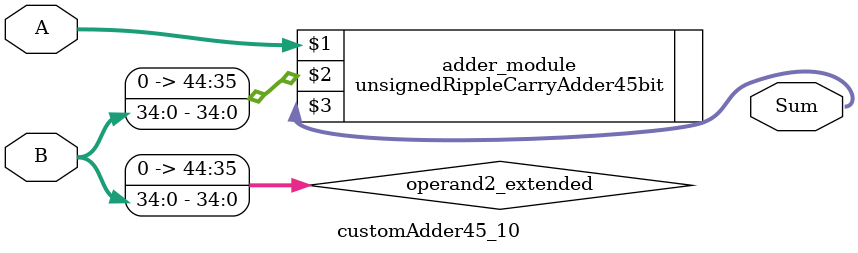
<source format=v>
module customAdder45_10(
                        input [44 : 0] A,
                        input [34 : 0] B,
                        
                        output [45 : 0] Sum
                );

        wire [44 : 0] operand2_extended;
        
        assign operand2_extended =  {10'b0, B};
        
        unsignedRippleCarryAdder45bit adder_module(
            A,
            operand2_extended,
            Sum
        );
        
        endmodule
        
</source>
